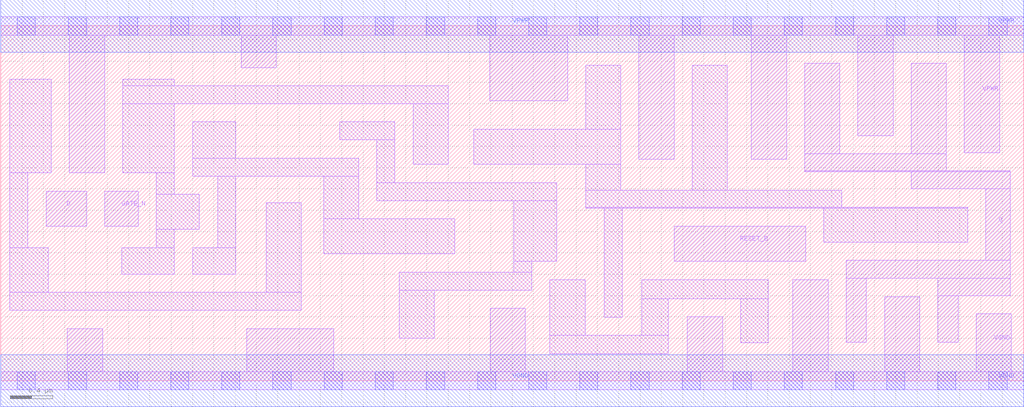
<source format=lef>
# Copyright 2020 The SkyWater PDK Authors
#
# Licensed under the Apache License, Version 2.0 (the "License");
# you may not use this file except in compliance with the License.
# You may obtain a copy of the License at
#
#     https://www.apache.org/licenses/LICENSE-2.0
#
# Unless required by applicable law or agreed to in writing, software
# distributed under the License is distributed on an "AS IS" BASIS,
# WITHOUT WARRANTIES OR CONDITIONS OF ANY KIND, either express or implied.
# See the License for the specific language governing permissions and
# limitations under the License.
#
# SPDX-License-Identifier: Apache-2.0

VERSION 5.7 ;
  NAMESCASESENSITIVE ON ;
  NOWIREEXTENSIONATPIN ON ;
  DIVIDERCHAR "/" ;
  BUSBITCHARS "[]" ;
UNITS
  DATABASE MICRONS 200 ;
END UNITS
MACRO sky130_fd_sc_ls__dlrtn_4
  CLASS CORE ;
  SOURCE USER ;
  FOREIGN sky130_fd_sc_ls__dlrtn_4 ;
  ORIGIN  0.000000  0.000000 ;
  SIZE  9.600000 BY  3.330000 ;
  SYMMETRY X Y ;
  SITE unit ;
  PIN D
    ANTENNAGATEAREA  0.208500 ;
    DIRECTION INPUT ;
    USE SIGNAL ;
    PORT
      LAYER li1 ;
        RECT 0.425000 1.450000 0.805000 1.780000 ;
    END
  END D
  PIN Q
    ANTENNADIFFAREA  1.198400 ;
    DIRECTION OUTPUT ;
    USE SIGNAL ;
    PORT
      LAYER li1 ;
        RECT 7.545000 1.960000 9.475000 1.970000 ;
        RECT 7.545000 1.970000 8.875000 2.130000 ;
        RECT 7.545000 2.130000 7.875000 2.980000 ;
        RECT 7.935000 0.360000 8.125000 0.960000 ;
        RECT 7.935000 0.960000 9.475000 1.130000 ;
        RECT 8.545000 1.800000 9.475000 1.960000 ;
        RECT 8.545000 2.130000 8.875000 2.980000 ;
        RECT 8.795000 0.360000 8.985000 0.800000 ;
        RECT 8.795000 0.800000 9.475000 0.960000 ;
        RECT 9.245000 1.130000 9.475000 1.800000 ;
    END
  END Q
  PIN RESET_B
    ANTENNAGATEAREA  0.444000 ;
    DIRECTION INPUT ;
    USE SIGNAL ;
    PORT
      LAYER li1 ;
        RECT 6.320000 1.120000 7.555000 1.450000 ;
    END
  END RESET_B
  PIN GATE_N
    ANTENNAGATEAREA  0.237000 ;
    DIRECTION INPUT ;
    USE CLOCK ;
    PORT
      LAYER li1 ;
        RECT 0.975000 1.450000 1.290000 1.780000 ;
    END
  END GATE_N
  PIN VGND
    DIRECTION INOUT ;
    SHAPE ABUTMENT ;
    USE GROUND ;
    PORT
      LAYER li1 ;
        RECT 0.000000 -0.085000 9.600000 0.085000 ;
        RECT 0.625000  0.085000 0.955000 0.490000 ;
        RECT 2.310000  0.085000 3.125000 0.490000 ;
        RECT 4.595000  0.085000 4.925000 0.680000 ;
        RECT 6.445000  0.085000 6.775000 0.600000 ;
        RECT 7.435000  0.085000 7.765000 0.950000 ;
        RECT 8.295000  0.085000 8.625000 0.790000 ;
        RECT 9.155000  0.085000 9.485000 0.630000 ;
      LAYER mcon ;
        RECT 0.155000 -0.085000 0.325000 0.085000 ;
        RECT 0.635000 -0.085000 0.805000 0.085000 ;
        RECT 1.115000 -0.085000 1.285000 0.085000 ;
        RECT 1.595000 -0.085000 1.765000 0.085000 ;
        RECT 2.075000 -0.085000 2.245000 0.085000 ;
        RECT 2.555000 -0.085000 2.725000 0.085000 ;
        RECT 3.035000 -0.085000 3.205000 0.085000 ;
        RECT 3.515000 -0.085000 3.685000 0.085000 ;
        RECT 3.995000 -0.085000 4.165000 0.085000 ;
        RECT 4.475000 -0.085000 4.645000 0.085000 ;
        RECT 4.955000 -0.085000 5.125000 0.085000 ;
        RECT 5.435000 -0.085000 5.605000 0.085000 ;
        RECT 5.915000 -0.085000 6.085000 0.085000 ;
        RECT 6.395000 -0.085000 6.565000 0.085000 ;
        RECT 6.875000 -0.085000 7.045000 0.085000 ;
        RECT 7.355000 -0.085000 7.525000 0.085000 ;
        RECT 7.835000 -0.085000 8.005000 0.085000 ;
        RECT 8.315000 -0.085000 8.485000 0.085000 ;
        RECT 8.795000 -0.085000 8.965000 0.085000 ;
        RECT 9.275000 -0.085000 9.445000 0.085000 ;
      LAYER met1 ;
        RECT 0.000000 -0.245000 9.600000 0.245000 ;
    END
  END VGND
  PIN VPWR
    DIRECTION INOUT ;
    SHAPE ABUTMENT ;
    USE POWER ;
    PORT
      LAYER li1 ;
        RECT 0.000000 3.245000 9.600000 3.415000 ;
        RECT 0.645000 1.950000 0.975000 3.245000 ;
        RECT 2.255000 2.940000 2.585000 3.245000 ;
        RECT 4.590000 2.630000 5.320000 3.245000 ;
        RECT 5.990000 2.080000 6.320000 3.245000 ;
        RECT 7.045000 2.080000 7.375000 3.245000 ;
        RECT 8.045000 2.300000 8.375000 3.245000 ;
        RECT 9.045000 2.140000 9.375000 3.245000 ;
      LAYER mcon ;
        RECT 0.155000 3.245000 0.325000 3.415000 ;
        RECT 0.635000 3.245000 0.805000 3.415000 ;
        RECT 1.115000 3.245000 1.285000 3.415000 ;
        RECT 1.595000 3.245000 1.765000 3.415000 ;
        RECT 2.075000 3.245000 2.245000 3.415000 ;
        RECT 2.555000 3.245000 2.725000 3.415000 ;
        RECT 3.035000 3.245000 3.205000 3.415000 ;
        RECT 3.515000 3.245000 3.685000 3.415000 ;
        RECT 3.995000 3.245000 4.165000 3.415000 ;
        RECT 4.475000 3.245000 4.645000 3.415000 ;
        RECT 4.955000 3.245000 5.125000 3.415000 ;
        RECT 5.435000 3.245000 5.605000 3.415000 ;
        RECT 5.915000 3.245000 6.085000 3.415000 ;
        RECT 6.395000 3.245000 6.565000 3.415000 ;
        RECT 6.875000 3.245000 7.045000 3.415000 ;
        RECT 7.355000 3.245000 7.525000 3.415000 ;
        RECT 7.835000 3.245000 8.005000 3.415000 ;
        RECT 8.315000 3.245000 8.485000 3.415000 ;
        RECT 8.795000 3.245000 8.965000 3.415000 ;
        RECT 9.275000 3.245000 9.445000 3.415000 ;
      LAYER met1 ;
        RECT 0.000000 3.085000 9.600000 3.575000 ;
    END
  END VPWR
  OBS
    LAYER li1 ;
      RECT 0.085000 0.660000 2.820000 0.830000 ;
      RECT 0.085000 0.830000 0.445000 1.250000 ;
      RECT 0.085000 1.250000 0.255000 1.950000 ;
      RECT 0.085000 1.950000 0.475000 2.830000 ;
      RECT 1.135000 1.000000 1.630000 1.250000 ;
      RECT 1.145000 1.950000 1.630000 2.600000 ;
      RECT 1.145000 2.600000 4.200000 2.770000 ;
      RECT 1.145000 2.770000 1.630000 2.830000 ;
      RECT 1.460000 1.250000 1.630000 1.420000 ;
      RECT 1.460000 1.420000 1.865000 1.750000 ;
      RECT 1.460000 1.750000 1.630000 1.950000 ;
      RECT 1.800000 1.000000 2.205000 1.250000 ;
      RECT 1.800000 1.920000 3.360000 2.090000 ;
      RECT 1.800000 2.090000 2.205000 2.430000 ;
      RECT 2.035000 1.250000 2.205000 1.920000 ;
      RECT 2.490000 0.830000 2.820000 1.670000 ;
      RECT 3.030000 1.190000 4.260000 1.520000 ;
      RECT 3.030000 1.520000 3.360000 1.920000 ;
      RECT 3.180000 2.260000 3.700000 2.430000 ;
      RECT 3.530000 1.690000 5.220000 1.860000 ;
      RECT 3.530000 1.860000 3.700000 2.260000 ;
      RECT 3.740000 0.400000 4.070000 0.850000 ;
      RECT 3.740000 0.850000 4.985000 1.020000 ;
      RECT 3.870000 2.030000 4.200000 2.600000 ;
      RECT 4.440000 2.030000 5.820000 2.360000 ;
      RECT 4.815000 1.020000 4.985000 1.120000 ;
      RECT 4.815000 1.120000 5.220000 1.690000 ;
      RECT 5.155000 0.255000 6.265000 0.425000 ;
      RECT 5.155000 0.425000 5.485000 0.950000 ;
      RECT 5.490000 1.620000 9.075000 1.630000 ;
      RECT 5.490000 1.630000 7.895000 1.790000 ;
      RECT 5.490000 1.790000 5.820000 2.030000 ;
      RECT 5.490000 2.360000 5.820000 2.960000 ;
      RECT 5.665000 0.595000 5.835000 1.620000 ;
      RECT 6.015000 0.425000 6.265000 0.770000 ;
      RECT 6.015000 0.770000 7.205000 0.950000 ;
      RECT 6.490000 1.790000 6.820000 2.960000 ;
      RECT 6.945000 0.355000 7.205000 0.770000 ;
      RECT 7.725000 1.300000 9.075000 1.620000 ;
  END
END sky130_fd_sc_ls__dlrtn_4

</source>
